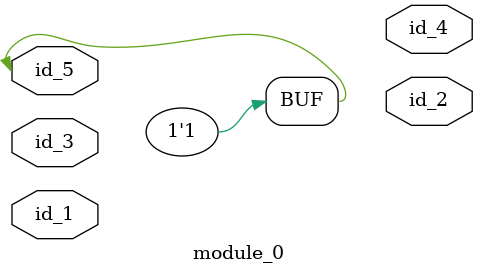
<source format=v>
`timescale 1ps / 1ps
module module_0 (
    id_1,
    id_2,
    id_3,
    id_4,
    id_5
);
  inout id_5;
  output id_4;
  inout id_3;
  output id_2;
  input id_1;
  assign id_5 = 1 * 1;
endmodule

</source>
